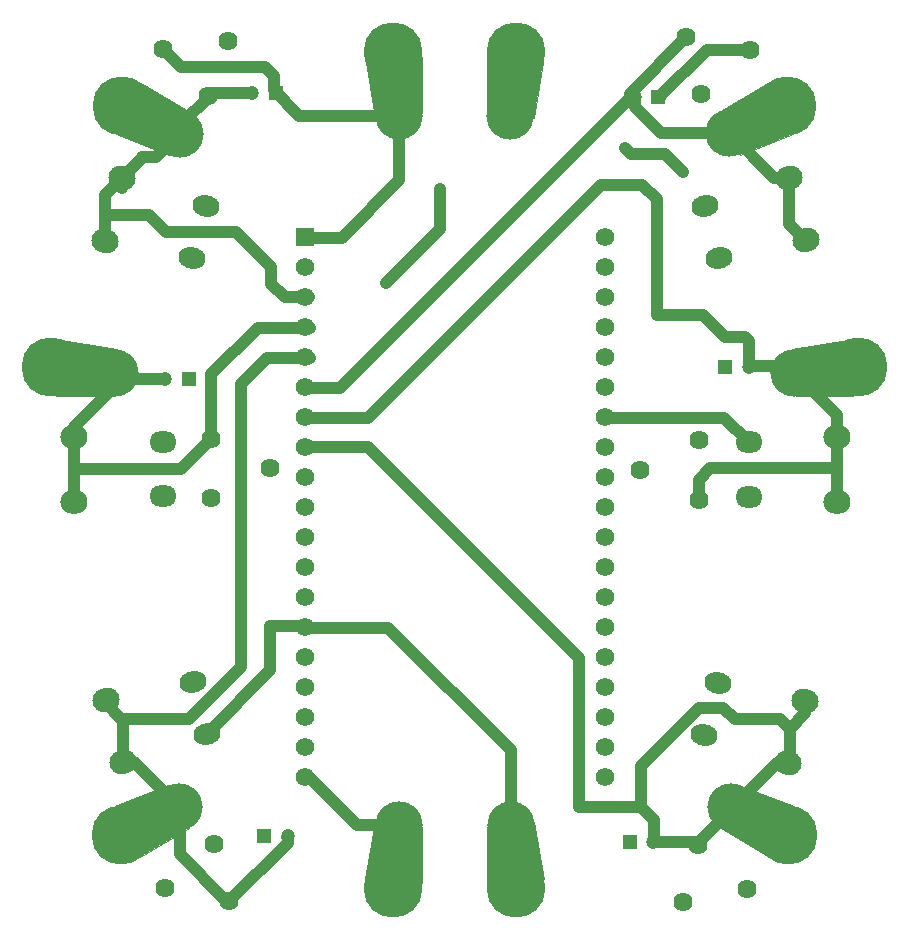
<source format=gbr>
%TF.GenerationSoftware,KiCad,Pcbnew,(6.0.2-0)*%
%TF.CreationDate,2022-03-08T15:03:46+01:00*%
%TF.ProjectId,ESP_aux_breakout,4553505f-6175-4785-9f62-7265616b6f75,rev?*%
%TF.SameCoordinates,Original*%
%TF.FileFunction,Copper,L1,Top*%
%TF.FilePolarity,Positive*%
%FSLAX46Y46*%
G04 Gerber Fmt 4.6, Leading zero omitted, Abs format (unit mm)*
G04 Created by KiCad (PCBNEW (6.0.2-0)) date 2022-03-08 15:03:46*
%MOMM*%
%LPD*%
G01*
G04 APERTURE LIST*
G04 Aperture macros list*
%AMHorizOval*
0 Thick line with rounded ends*
0 $1 width*
0 $2 $3 position (X,Y) of the first rounded end (center of the circle)*
0 $4 $5 position (X,Y) of the second rounded end (center of the circle)*
0 Add line between two ends*
20,1,$1,$2,$3,$4,$5,0*
0 Add two circle primitives to create the rounded ends*
1,1,$1,$2,$3*
1,1,$1,$4,$5*%
G04 Aperture macros list end*
%TA.AperFunction,EtchedComponent*%
%ADD10C,0.100000*%
%TD*%
%TA.AperFunction,ComponentPad*%
%ADD11C,5.000000*%
%TD*%
%TA.AperFunction,ComponentPad*%
%ADD12C,4.000000*%
%TD*%
%TA.AperFunction,ComponentPad*%
%ADD13R,1.200000X1.200000*%
%TD*%
%TA.AperFunction,ComponentPad*%
%ADD14C,1.200000*%
%TD*%
%TA.AperFunction,ComponentPad*%
%ADD15C,1.560000*%
%TD*%
%TA.AperFunction,ComponentPad*%
%ADD16R,1.560000X1.560000*%
%TD*%
%TA.AperFunction,ComponentPad*%
%ADD17HorizOval,2.000000X-0.144889X0.038823X0.144889X-0.038823X0*%
%TD*%
%TA.AperFunction,ComponentPad*%
%ADD18HorizOval,1.800000X-0.241481X0.064705X0.241481X-0.064705X0*%
%TD*%
%TA.AperFunction,ComponentPad*%
%ADD19O,2.300000X2.000000*%
%TD*%
%TA.AperFunction,ComponentPad*%
%ADD20O,2.300000X1.800000*%
%TD*%
%TA.AperFunction,ComponentPad*%
%ADD21HorizOval,2.000000X0.144889X0.038823X-0.144889X-0.038823X0*%
%TD*%
%TA.AperFunction,ComponentPad*%
%ADD22HorizOval,1.800000X0.241481X0.064705X-0.241481X-0.064705X0*%
%TD*%
%TA.AperFunction,ComponentPad*%
%ADD23HorizOval,2.000000X-0.144889X-0.038823X0.144889X0.038823X0*%
%TD*%
%TA.AperFunction,ComponentPad*%
%ADD24HorizOval,1.800000X-0.241481X-0.064705X0.241481X0.064705X0*%
%TD*%
%TA.AperFunction,ComponentPad*%
%ADD25C,1.620000*%
%TD*%
%TA.AperFunction,ViaPad*%
%ADD26C,0.800000*%
%TD*%
%TA.AperFunction,Conductor*%
%ADD27C,1.000000*%
%TD*%
G04 APERTURE END LIST*
D10*
%TO.C,U5*%
X162019795Y-45388472D02*
X161291939Y-46633552D01*
X161291939Y-46633552D02*
X161283118Y-47527936D01*
X161283118Y-47527936D02*
X161809164Y-48606489D01*
X161809164Y-48606489D02*
X163054244Y-49334345D01*
X163054244Y-49334345D02*
X163948628Y-49343165D01*
X163948628Y-49343165D02*
X164036302Y-49522924D01*
X164036302Y-49522924D02*
X159546742Y-51267588D01*
X159546742Y-51267588D02*
X159459068Y-51087829D01*
X159459068Y-51087829D02*
X160090429Y-50557374D01*
X160090429Y-50557374D02*
X160366683Y-49755074D01*
X160366683Y-49755074D02*
X160375504Y-48860691D01*
X160375504Y-48860691D02*
X160024807Y-48141656D01*
X160024807Y-48141656D02*
X158955074Y-47773317D01*
X158955074Y-47773317D02*
X158240450Y-47676822D01*
X158240450Y-47676822D02*
X157880932Y-47852171D01*
X157880932Y-47852171D02*
X157793258Y-47672412D01*
X157793258Y-47672412D02*
X161932121Y-45208713D01*
X161932121Y-45208713D02*
X162019795Y-45388472D01*
G36*
X162019795Y-45388472D02*
G01*
X161291939Y-46633552D01*
X161283118Y-47527936D01*
X161809164Y-48606489D01*
X163054244Y-49334345D01*
X163948628Y-49343165D01*
X164036302Y-49522924D01*
X159546742Y-51267588D01*
X159459068Y-51087829D01*
X160090429Y-50557374D01*
X160366683Y-49755074D01*
X160375504Y-48860691D01*
X160024807Y-48141656D01*
X158955074Y-47773317D01*
X158240450Y-47676822D01*
X157880932Y-47852171D01*
X157793258Y-47672412D01*
X161932121Y-45208713D01*
X162019795Y-45388472D01*
G37*
X162019795Y-45388472D02*
X161291939Y-46633552D01*
X161283118Y-47527936D01*
X161809164Y-48606489D01*
X163054244Y-49334345D01*
X163948628Y-49343165D01*
X164036302Y-49522924D01*
X159546742Y-51267588D01*
X159459068Y-51087829D01*
X160090429Y-50557374D01*
X160366683Y-49755074D01*
X160375504Y-48860691D01*
X160024807Y-48141656D01*
X158955074Y-47773317D01*
X158240450Y-47676822D01*
X157880932Y-47852171D01*
X157793258Y-47672412D01*
X161932121Y-45208713D01*
X162019795Y-45388472D01*
%TO.C,U2*%
X106831372Y-49353165D02*
X108260622Y-49160176D01*
X108260622Y-49160176D02*
X108970836Y-48616489D01*
X108970836Y-48616489D02*
X109496882Y-47537936D01*
X109496882Y-47537936D02*
X109303892Y-46108686D01*
X109303892Y-46108686D02*
X108760205Y-45398472D01*
X108760205Y-45398472D02*
X108847879Y-45218713D01*
X108847879Y-45218713D02*
X112986742Y-47682412D01*
X112986742Y-47682412D02*
X112899068Y-47862171D01*
X112899068Y-47862171D02*
X112092359Y-47691233D01*
X112092359Y-47691233D02*
X111290059Y-47967486D01*
X111290059Y-47967486D02*
X110579845Y-48511173D01*
X110579845Y-48511173D02*
X110229148Y-49230208D01*
X110229148Y-49230208D02*
X110597486Y-50299941D01*
X110597486Y-50299941D02*
X110961414Y-50922481D01*
X110961414Y-50922481D02*
X111320932Y-51097829D01*
X111320932Y-51097829D02*
X111233258Y-51277588D01*
X111233258Y-51277588D02*
X106743698Y-49532924D01*
X106743698Y-49532924D02*
X106831372Y-49353165D01*
G36*
X112986742Y-47682412D02*
G01*
X112899068Y-47862171D01*
X112092359Y-47691233D01*
X111290059Y-47967486D01*
X110579845Y-48511173D01*
X110229148Y-49230208D01*
X110597486Y-50299941D01*
X110961414Y-50922481D01*
X111320932Y-51097829D01*
X111233258Y-51277588D01*
X106743698Y-49532924D01*
X106831372Y-49353165D01*
X108260622Y-49160176D01*
X108970836Y-48616489D01*
X109496882Y-47537936D01*
X109303892Y-46108686D01*
X108760205Y-45398472D01*
X108847879Y-45218713D01*
X112986742Y-47682412D01*
G37*
X112986742Y-47682412D02*
X112899068Y-47862171D01*
X112092359Y-47691233D01*
X111290059Y-47967486D01*
X110579845Y-48511173D01*
X110229148Y-49230208D01*
X110597486Y-50299941D01*
X110961414Y-50922481D01*
X111320932Y-51097829D01*
X111233258Y-51277588D01*
X106743698Y-49532924D01*
X106831372Y-49353165D01*
X108260622Y-49160176D01*
X108970836Y-48616489D01*
X109496882Y-47537936D01*
X109303892Y-46108686D01*
X108760205Y-45398472D01*
X108847879Y-45218713D01*
X112986742Y-47682412D01*
%TO.C,U3*%
X101646523Y-71513281D02*
X102911681Y-70820912D01*
X102911681Y-70820912D02*
X103379884Y-70058818D01*
X103379884Y-70058818D02*
X103484470Y-68863385D01*
X103484470Y-68863385D02*
X102792102Y-67598227D01*
X102792102Y-67598227D02*
X102030008Y-67130024D01*
X102030008Y-67130024D02*
X102047439Y-66930785D01*
X102047439Y-66930785D02*
X106794311Y-67747611D01*
X106794311Y-67747611D02*
X106776880Y-67946850D01*
X106776880Y-67946850D02*
X105962493Y-68076364D01*
X105962493Y-68076364D02*
X105312483Y-68621787D01*
X105312483Y-68621787D02*
X104844281Y-69383881D01*
X104844281Y-69383881D02*
X104774556Y-70180836D01*
X104774556Y-70180836D02*
X105501787Y-71047517D01*
X105501787Y-71047517D02*
X106064642Y-71498288D01*
X106064642Y-71498288D02*
X106463120Y-71533150D01*
X106463120Y-71533150D02*
X106445689Y-71732389D01*
X106445689Y-71732389D02*
X101629092Y-71712520D01*
X101629092Y-71712520D02*
X101646523Y-71513281D01*
G36*
X106794311Y-67747611D02*
G01*
X106776880Y-67946850D01*
X105962493Y-68076364D01*
X105312483Y-68621787D01*
X104844281Y-69383881D01*
X104774556Y-70180836D01*
X105501787Y-71047517D01*
X106064642Y-71498288D01*
X106463120Y-71533150D01*
X106445689Y-71732389D01*
X101629092Y-71712520D01*
X101646523Y-71513281D01*
X102911681Y-70820912D01*
X103379884Y-70058818D01*
X103484470Y-68863385D01*
X102792102Y-67598227D01*
X102030008Y-67130024D01*
X102047439Y-66930785D01*
X106794311Y-67747611D01*
G37*
X106794311Y-67747611D02*
X106776880Y-67946850D01*
X105962493Y-68076364D01*
X105312483Y-68621787D01*
X104844281Y-69383881D01*
X104774556Y-70180836D01*
X105501787Y-71047517D01*
X106064642Y-71498288D01*
X106463120Y-71533150D01*
X106445689Y-71732389D01*
X101629092Y-71712520D01*
X101646523Y-71513281D01*
X102911681Y-70820912D01*
X103379884Y-70058818D01*
X103484470Y-68863385D01*
X102792102Y-67598227D01*
X102030008Y-67130024D01*
X102047439Y-66930785D01*
X106794311Y-67747611D01*
%TO.C,U4*%
X108680205Y-110551528D02*
X109408061Y-109306448D01*
X109408061Y-109306448D02*
X109416882Y-108412064D01*
X109416882Y-108412064D02*
X108890836Y-107333511D01*
X108890836Y-107333511D02*
X107645756Y-106605655D01*
X107645756Y-106605655D02*
X106751372Y-106596835D01*
X106751372Y-106596835D02*
X106663698Y-106417076D01*
X106663698Y-106417076D02*
X111153258Y-104672412D01*
X111153258Y-104672412D02*
X111240932Y-104852171D01*
X111240932Y-104852171D02*
X110609571Y-105382626D01*
X110609571Y-105382626D02*
X110333317Y-106184926D01*
X110333317Y-106184926D02*
X110324496Y-107079309D01*
X110324496Y-107079309D02*
X110675193Y-107798344D01*
X110675193Y-107798344D02*
X111744926Y-108166683D01*
X111744926Y-108166683D02*
X112459550Y-108263178D01*
X112459550Y-108263178D02*
X112819068Y-108087829D01*
X112819068Y-108087829D02*
X112906742Y-108267588D01*
X112906742Y-108267588D02*
X108767879Y-110731287D01*
X108767879Y-110731287D02*
X108680205Y-110551528D01*
G36*
X111240932Y-104852171D02*
G01*
X110609571Y-105382626D01*
X110333317Y-106184926D01*
X110324496Y-107079309D01*
X110675193Y-107798344D01*
X111744926Y-108166683D01*
X112459550Y-108263178D01*
X112819068Y-108087829D01*
X112906742Y-108267588D01*
X108767879Y-110731287D01*
X108680205Y-110551528D01*
X109408061Y-109306448D01*
X109416882Y-108412064D01*
X108890836Y-107333511D01*
X107645756Y-106605655D01*
X106751372Y-106596835D01*
X106663698Y-106417076D01*
X111153258Y-104672412D01*
X111240932Y-104852171D01*
G37*
X111240932Y-104852171D02*
X110609571Y-105382626D01*
X110333317Y-106184926D01*
X110324496Y-107079309D01*
X110675193Y-107798344D01*
X111744926Y-108166683D01*
X112459550Y-108263178D01*
X112819068Y-108087829D01*
X112906742Y-108267588D01*
X108767879Y-110731287D01*
X108680205Y-110551528D01*
X109408061Y-109306448D01*
X109416882Y-108412064D01*
X108890836Y-107333511D01*
X107645756Y-106605655D01*
X106751372Y-106596835D01*
X106663698Y-106417076D01*
X111153258Y-104672412D01*
X111240932Y-104852171D01*
%TO.C,U6*%
X168729992Y-67130024D02*
X167604283Y-68031567D01*
X167604283Y-68031567D02*
X167275530Y-68863385D01*
X167275530Y-68863385D02*
X167380116Y-70058818D01*
X167380116Y-70058818D02*
X168281659Y-71184527D01*
X168281659Y-71184527D02*
X169113477Y-71513281D01*
X169113477Y-71513281D02*
X169130908Y-71712520D01*
X169130908Y-71712520D02*
X164314311Y-71732389D01*
X164314311Y-71732389D02*
X164296880Y-71533150D01*
X164296880Y-71533150D02*
X165076405Y-71264187D01*
X165076405Y-71264187D02*
X165621828Y-70614177D01*
X165621828Y-70614177D02*
X165950582Y-69782359D01*
X165950582Y-69782359D02*
X165880857Y-68985403D01*
X165880857Y-68985403D02*
X165014177Y-68258172D01*
X165014177Y-68258172D02*
X164381598Y-67911987D01*
X164381598Y-67911987D02*
X163983120Y-67946850D01*
X163983120Y-67946850D02*
X163965689Y-67747611D01*
X163965689Y-67747611D02*
X168712561Y-66930785D01*
X168712561Y-66930785D02*
X168729992Y-67130024D01*
G36*
X168729992Y-67130024D02*
G01*
X167604283Y-68031567D01*
X167275530Y-68863385D01*
X167380116Y-70058818D01*
X168281659Y-71184527D01*
X169113477Y-71513281D01*
X169130908Y-71712520D01*
X164314311Y-71732389D01*
X164296880Y-71533150D01*
X165076405Y-71264187D01*
X165621828Y-70614177D01*
X165950582Y-69782359D01*
X165880857Y-68985403D01*
X165014177Y-68258172D01*
X164381598Y-67911987D01*
X163983120Y-67946850D01*
X163965689Y-67747611D01*
X168712561Y-66930785D01*
X168729992Y-67130024D01*
G37*
X168729992Y-67130024D02*
X167604283Y-68031567D01*
X167275530Y-68863385D01*
X167380116Y-70058818D01*
X168281659Y-71184527D01*
X169113477Y-71513281D01*
X169130908Y-71712520D01*
X164314311Y-71732389D01*
X164296880Y-71533150D01*
X165076405Y-71264187D01*
X165621828Y-70614177D01*
X165950582Y-69782359D01*
X165880857Y-68985403D01*
X165014177Y-68258172D01*
X164381598Y-67911987D01*
X163983120Y-67946850D01*
X163965689Y-67747611D01*
X168712561Y-66930785D01*
X168729992Y-67130024D01*
%TO.C,U7*%
X164068628Y-106626835D02*
X162639378Y-106819824D01*
X162639378Y-106819824D02*
X161929164Y-107363511D01*
X161929164Y-107363511D02*
X161403118Y-108442064D01*
X161403118Y-108442064D02*
X161596108Y-109871314D01*
X161596108Y-109871314D02*
X162139795Y-110581528D01*
X162139795Y-110581528D02*
X162052121Y-110761287D01*
X162052121Y-110761287D02*
X157913258Y-108297588D01*
X157913258Y-108297588D02*
X158000932Y-108117829D01*
X158000932Y-108117829D02*
X158807641Y-108288767D01*
X158807641Y-108288767D02*
X159609941Y-108012514D01*
X159609941Y-108012514D02*
X160320155Y-107468827D01*
X160320155Y-107468827D02*
X160670852Y-106749792D01*
X160670852Y-106749792D02*
X160302514Y-105680059D01*
X160302514Y-105680059D02*
X159938586Y-105057519D01*
X159938586Y-105057519D02*
X159579068Y-104882171D01*
X159579068Y-104882171D02*
X159666742Y-104702412D01*
X159666742Y-104702412D02*
X164156302Y-106447076D01*
X164156302Y-106447076D02*
X164068628Y-106626835D01*
G36*
X164156302Y-106447076D02*
G01*
X164068628Y-106626835D01*
X162639378Y-106819824D01*
X161929164Y-107363511D01*
X161403118Y-108442064D01*
X161596108Y-109871314D01*
X162139795Y-110581528D01*
X162052121Y-110761287D01*
X157913258Y-108297588D01*
X158000932Y-108117829D01*
X158807641Y-108288767D01*
X159609941Y-108012514D01*
X160320155Y-107468827D01*
X160670852Y-106749792D01*
X160302514Y-105680059D01*
X159938586Y-105057519D01*
X159579068Y-104882171D01*
X159666742Y-104702412D01*
X164156302Y-106447076D01*
G37*
X164156302Y-106447076D02*
X164068628Y-106626835D01*
X162639378Y-106819824D01*
X161929164Y-107363511D01*
X161403118Y-108442064D01*
X161596108Y-109871314D01*
X162139795Y-110581528D01*
X162052121Y-110761287D01*
X157913258Y-108297588D01*
X158000932Y-108117829D01*
X158807641Y-108288767D01*
X159609941Y-108012514D01*
X160320155Y-107468827D01*
X160670852Y-106749792D01*
X160302514Y-105680059D01*
X159938586Y-105057519D01*
X159579068Y-104882171D01*
X159666742Y-104702412D01*
X164156302Y-106447076D01*
%TO.C,U8*%
X128060024Y-43360008D02*
X128961567Y-44485717D01*
X128961567Y-44485717D02*
X129793385Y-44814470D01*
X129793385Y-44814470D02*
X130988818Y-44709884D01*
X130988818Y-44709884D02*
X132114527Y-43808341D01*
X132114527Y-43808341D02*
X132443281Y-42976523D01*
X132443281Y-42976523D02*
X132642520Y-42959092D01*
X132642520Y-42959092D02*
X132662389Y-47775689D01*
X132662389Y-47775689D02*
X132463150Y-47793120D01*
X132463150Y-47793120D02*
X132194187Y-47013595D01*
X132194187Y-47013595D02*
X131544177Y-46468172D01*
X131544177Y-46468172D02*
X130712359Y-46139418D01*
X130712359Y-46139418D02*
X129915403Y-46209143D01*
X129915403Y-46209143D02*
X129188172Y-47075823D01*
X129188172Y-47075823D02*
X128841987Y-47708402D01*
X128841987Y-47708402D02*
X128876850Y-48106880D01*
X128876850Y-48106880D02*
X128677611Y-48124311D01*
X128677611Y-48124311D02*
X127860785Y-43377439D01*
X127860785Y-43377439D02*
X128060024Y-43360008D01*
G36*
X132662389Y-47775689D02*
G01*
X132463150Y-47793120D01*
X132194187Y-47013595D01*
X131544177Y-46468172D01*
X130712359Y-46139418D01*
X129915403Y-46209143D01*
X129188172Y-47075823D01*
X128841987Y-47708402D01*
X128876850Y-48106880D01*
X128677611Y-48124311D01*
X127860785Y-43377439D01*
X128060024Y-43360008D01*
X128961567Y-44485717D01*
X129793385Y-44814470D01*
X130988818Y-44709884D01*
X132114527Y-43808341D01*
X132443281Y-42976523D01*
X132642520Y-42959092D01*
X132662389Y-47775689D01*
G37*
X132662389Y-47775689D02*
X132463150Y-47793120D01*
X132194187Y-47013595D01*
X131544177Y-46468172D01*
X130712359Y-46139418D01*
X129915403Y-46209143D01*
X129188172Y-47075823D01*
X128841987Y-47708402D01*
X128876850Y-48106880D01*
X128677611Y-48124311D01*
X127860785Y-43377439D01*
X128060024Y-43360008D01*
X128961567Y-44485717D01*
X129793385Y-44814470D01*
X130988818Y-44709884D01*
X132114527Y-43808341D01*
X132443281Y-42976523D01*
X132642520Y-42959092D01*
X132662389Y-47775689D01*
%TO.C,U9*%
X132433281Y-112953477D02*
X131740912Y-111688319D01*
X131740912Y-111688319D02*
X130978818Y-111220116D01*
X130978818Y-111220116D02*
X129783385Y-111115530D01*
X129783385Y-111115530D02*
X128518227Y-111807898D01*
X128518227Y-111807898D02*
X128050024Y-112569992D01*
X128050024Y-112569992D02*
X127850785Y-112552561D01*
X127850785Y-112552561D02*
X128667611Y-107805689D01*
X128667611Y-107805689D02*
X128866850Y-107823120D01*
X128866850Y-107823120D02*
X128996364Y-108637507D01*
X128996364Y-108637507D02*
X129541787Y-109287517D01*
X129541787Y-109287517D02*
X130303881Y-109755719D01*
X130303881Y-109755719D02*
X131100836Y-109825444D01*
X131100836Y-109825444D02*
X131967517Y-109098213D01*
X131967517Y-109098213D02*
X132418288Y-108535358D01*
X132418288Y-108535358D02*
X132453150Y-108136880D01*
X132453150Y-108136880D02*
X132652389Y-108154311D01*
X132652389Y-108154311D02*
X132632520Y-112970908D01*
X132632520Y-112970908D02*
X132433281Y-112953477D01*
G36*
X128866850Y-107823120D02*
G01*
X128996364Y-108637507D01*
X129541787Y-109287517D01*
X130303881Y-109755719D01*
X131100836Y-109825444D01*
X131967517Y-109098213D01*
X132418288Y-108535358D01*
X132453150Y-108136880D01*
X132652389Y-108154311D01*
X132632520Y-112970908D01*
X132433281Y-112953477D01*
X131740912Y-111688319D01*
X130978818Y-111220116D01*
X129783385Y-111115530D01*
X128518227Y-111807898D01*
X128050024Y-112569992D01*
X127850785Y-112552561D01*
X128667611Y-107805689D01*
X128866850Y-107823120D01*
G37*
X128866850Y-107823120D02*
X128996364Y-108637507D01*
X129541787Y-109287517D01*
X130303881Y-109755719D01*
X131100836Y-109825444D01*
X131967517Y-109098213D01*
X132418288Y-108535358D01*
X132453150Y-108136880D01*
X132652389Y-108154311D01*
X132632520Y-112970908D01*
X132433281Y-112953477D01*
X131740912Y-111688319D01*
X130978818Y-111220116D01*
X129783385Y-111115530D01*
X128518227Y-111807898D01*
X128050024Y-112569992D01*
X127850785Y-112552561D01*
X128667611Y-107805689D01*
X128866850Y-107823120D01*
%TO.C,U10*%
X138336719Y-42976523D02*
X139029088Y-44241681D01*
X139029088Y-44241681D02*
X139791182Y-44709884D01*
X139791182Y-44709884D02*
X140986615Y-44814470D01*
X140986615Y-44814470D02*
X142251773Y-44122102D01*
X142251773Y-44122102D02*
X142719976Y-43360008D01*
X142719976Y-43360008D02*
X142919215Y-43377439D01*
X142919215Y-43377439D02*
X142102389Y-48124311D01*
X142102389Y-48124311D02*
X141903150Y-48106880D01*
X141903150Y-48106880D02*
X141773636Y-47292493D01*
X141773636Y-47292493D02*
X141228213Y-46642483D01*
X141228213Y-46642483D02*
X140466119Y-46174281D01*
X140466119Y-46174281D02*
X139669164Y-46104556D01*
X139669164Y-46104556D02*
X138802483Y-46831787D01*
X138802483Y-46831787D02*
X138351712Y-47394642D01*
X138351712Y-47394642D02*
X138316850Y-47793120D01*
X138316850Y-47793120D02*
X138117611Y-47775689D01*
X138117611Y-47775689D02*
X138137480Y-42959092D01*
X138137480Y-42959092D02*
X138336719Y-42976523D01*
G36*
X138336719Y-42976523D02*
G01*
X139029088Y-44241681D01*
X139791182Y-44709884D01*
X140986615Y-44814470D01*
X142251773Y-44122102D01*
X142719976Y-43360008D01*
X142919215Y-43377439D01*
X142102389Y-48124311D01*
X141903150Y-48106880D01*
X141773636Y-47292493D01*
X141228213Y-46642483D01*
X140466119Y-46174281D01*
X139669164Y-46104556D01*
X138802483Y-46831787D01*
X138351712Y-47394642D01*
X138316850Y-47793120D01*
X138117611Y-47775689D01*
X138137480Y-42959092D01*
X138336719Y-42976523D01*
G37*
X138336719Y-42976523D02*
X139029088Y-44241681D01*
X139791182Y-44709884D01*
X140986615Y-44814470D01*
X142251773Y-44122102D01*
X142719976Y-43360008D01*
X142919215Y-43377439D01*
X142102389Y-48124311D01*
X141903150Y-48106880D01*
X141773636Y-47292493D01*
X141228213Y-46642483D01*
X140466119Y-46174281D01*
X139669164Y-46104556D01*
X138802483Y-46831787D01*
X138351712Y-47394642D01*
X138316850Y-47793120D01*
X138117611Y-47775689D01*
X138137480Y-42959092D01*
X138336719Y-42976523D01*
%TO.C,U11*%
X142749976Y-112569992D02*
X141848433Y-111444283D01*
X141848433Y-111444283D02*
X141016615Y-111115530D01*
X141016615Y-111115530D02*
X139821182Y-111220116D01*
X139821182Y-111220116D02*
X138695473Y-112121659D01*
X138695473Y-112121659D02*
X138366719Y-112953477D01*
X138366719Y-112953477D02*
X138167480Y-112970908D01*
X138167480Y-112970908D02*
X138147611Y-108154311D01*
X138147611Y-108154311D02*
X138346850Y-108136880D01*
X138346850Y-108136880D02*
X138615813Y-108916405D01*
X138615813Y-108916405D02*
X139265823Y-109461828D01*
X139265823Y-109461828D02*
X140097641Y-109790582D01*
X140097641Y-109790582D02*
X140894597Y-109720857D01*
X140894597Y-109720857D02*
X141621828Y-108854177D01*
X141621828Y-108854177D02*
X141968013Y-108221598D01*
X141968013Y-108221598D02*
X141933150Y-107823120D01*
X141933150Y-107823120D02*
X142132389Y-107805689D01*
X142132389Y-107805689D02*
X142949215Y-112552561D01*
X142949215Y-112552561D02*
X142749976Y-112569992D01*
G36*
X142949215Y-112552561D02*
G01*
X142749976Y-112569992D01*
X141848433Y-111444283D01*
X141016615Y-111115530D01*
X139821182Y-111220116D01*
X138695473Y-112121659D01*
X138366719Y-112953477D01*
X138167480Y-112970908D01*
X138147611Y-108154311D01*
X138346850Y-108136880D01*
X138615813Y-108916405D01*
X139265823Y-109461828D01*
X140097641Y-109790582D01*
X140894597Y-109720857D01*
X141621828Y-108854177D01*
X141968013Y-108221598D01*
X141933150Y-107823120D01*
X142132389Y-107805689D01*
X142949215Y-112552561D01*
G37*
X142949215Y-112552561D02*
X142749976Y-112569992D01*
X141848433Y-111444283D01*
X141016615Y-111115530D01*
X139821182Y-111220116D01*
X138695473Y-112121659D01*
X138366719Y-112953477D01*
X138167480Y-112970908D01*
X138147611Y-108154311D01*
X138346850Y-108136880D01*
X138615813Y-108916405D01*
X139265823Y-109461828D01*
X140097641Y-109790582D01*
X140894597Y-109720857D01*
X141621828Y-108854177D01*
X141968013Y-108221598D01*
X141933150Y-107823120D01*
X142132389Y-107805689D01*
X142949215Y-112552561D01*
%TD*%
D11*
%TO.P,U5,2*%
%TO.N,N/C*%
X163523488Y-47102796D03*
D12*
%TO.P,U5,1*%
%TO.N,Net-(C4-Pad2)*%
X158670000Y-49470000D03*
%TD*%
D13*
%TO.P,C1,1*%
%TO.N,Net-(C1-Pad1)*%
X120280000Y-46010000D03*
D14*
%TO.P,C1,2*%
%TO.N,Net-(C1-Pad2)*%
X118280000Y-46010000D03*
%TD*%
D15*
%TO.P,U1,38*%
%TO.N,Net-(U1-Pad38)*%
X148170000Y-103920000D03*
%TO.P,U1,37*%
%TO.N,Net-(U1-Pad37)*%
X148170000Y-101380000D03*
%TO.P,U1,36*%
%TO.N,Net-(U1-Pad36)*%
X148170000Y-98840000D03*
%TO.P,U1,35*%
%TO.N,Net-(U1-Pad35)*%
X148170000Y-96300000D03*
%TO.P,U1,34*%
%TO.N,Net-(U1-Pad34)*%
X148170000Y-93760000D03*
%TO.P,U1,33*%
%TO.N,Net-(U1-Pad33)*%
X148170000Y-91220000D03*
%TO.P,U1,32*%
%TO.N,Net-(U1-Pad32)*%
X148170000Y-88680000D03*
%TO.P,U1,31*%
%TO.N,Net-(U1-Pad31)*%
X148170000Y-86140000D03*
%TO.P,U1,30*%
%TO.N,Net-(U1-Pad30)*%
X148170000Y-83600000D03*
%TO.P,U1,29*%
%TO.N,Net-(U1-Pad29)*%
X148170000Y-81060000D03*
%TO.P,U1,28*%
%TO.N,Net-(U1-Pad28)*%
X148170000Y-78520000D03*
%TO.P,U1,27*%
%TO.N,Net-(U1-Pad27)*%
X148170000Y-75980000D03*
%TO.P,U1,26*%
%TO.N,Net-(J1-PadS)*%
X148170000Y-73440000D03*
%TO.P,U1,25*%
%TO.N,Net-(U1-Pad25)*%
X148170000Y-70900000D03*
%TO.P,U1,24*%
%TO.N,Net-(U1-Pad24)*%
X148170000Y-68360000D03*
%TO.P,U1,23*%
%TO.N,Net-(U1-Pad23)*%
X148170000Y-65820000D03*
%TO.P,U1,22*%
%TO.N,Net-(U1-Pad22)*%
X148170000Y-63280000D03*
%TO.P,U1,21*%
%TO.N,Net-(U1-Pad21)*%
X148170000Y-60740000D03*
%TO.P,U1,20*%
%TO.N,Net-(J1-PadS)*%
X148170000Y-58200000D03*
%TO.P,U1,18*%
%TO.N,Net-(U1-Pad18)*%
X122770000Y-101380000D03*
%TO.P,U1,17*%
%TO.N,Net-(U1-Pad17)*%
X122770000Y-98840000D03*
%TO.P,U1,16*%
%TO.N,Net-(U1-Pad16)*%
X122770000Y-96300000D03*
%TO.P,U1,15*%
%TO.N,Net-(U1-Pad15)*%
X122770000Y-93760000D03*
%TO.P,U1,14*%
%TO.N,Net-(J1-PadS)*%
X122770000Y-91220000D03*
%TO.P,U1,13*%
%TO.N,Net-(U1-Pad13)*%
X122770000Y-88680000D03*
%TO.P,U1,12*%
%TO.N,Net-(U1-Pad12)*%
X122770000Y-86140000D03*
%TO.P,U1,11*%
%TO.N,Net-(U1-Pad11)*%
X122770000Y-83600000D03*
%TO.P,U1,10*%
%TO.N,Net-(U1-Pad10)*%
X122770000Y-81060000D03*
%TO.P,U1,9*%
%TO.N,Net-(U1-Pad9)*%
X122770000Y-78520000D03*
%TO.P,U1,8*%
%TO.N,Net-(C6-Pad2)*%
X122770000Y-75980000D03*
%TO.P,U1,7*%
%TO.N,Net-(C5-Pad2)*%
X122770000Y-73440000D03*
%TO.P,U1,6*%
%TO.N,Net-(C4-Pad2)*%
X122770000Y-70900000D03*
%TO.P,U1,5*%
%TO.N,Net-(C3-Pad2)*%
X122770000Y-68360000D03*
%TO.P,U1,4*%
%TO.N,Net-(C2-Pad2)*%
X122770000Y-65820000D03*
%TO.P,U1,3*%
%TO.N,Net-(C1-Pad2)*%
X122770000Y-63280000D03*
%TO.P,U1,19*%
%TO.N,Net-(U1-Pad19)*%
X122770000Y-103920000D03*
%TO.P,U1,2*%
%TO.N,Net-(U1-Pad2)*%
X122770000Y-60740000D03*
D16*
%TO.P,U1,1*%
%TO.N,Net-(C1-Pad1)*%
X122770000Y-58200000D03*
%TD*%
D17*
%TO.P,J1,T*%
%TO.N,Net-(C1-Pad2)*%
X107253505Y-53227408D03*
X105830000Y-58540000D03*
D18*
%TO.P,J1,S*%
%TO.N,Net-(J1-PadS)*%
X113190912Y-60046476D03*
%TO.P,J1,R*%
%TO.N,Net-(J1-PadR)*%
X114381480Y-55603217D03*
%TD*%
D13*
%TO.P,C2,1*%
%TO.N,Net-(C1-Pad1)*%
X112880000Y-70270000D03*
D14*
%TO.P,C2,2*%
%TO.N,Net-(C2-Pad2)*%
X110880000Y-70270000D03*
%TD*%
D13*
%TO.P,C3,1*%
%TO.N,Net-(C1-Pad1)*%
X119250000Y-108950000D03*
D14*
%TO.P,C3,2*%
%TO.N,Net-(C3-Pad2)*%
X121250000Y-108950000D03*
%TD*%
D13*
%TO.P,C4,1*%
%TO.N,Net-(C1-Pad1)*%
X152640000Y-46390000D03*
D14*
%TO.P,C4,2*%
%TO.N,Net-(C4-Pad2)*%
X150640000Y-46390000D03*
%TD*%
D13*
%TO.P,C5,1*%
%TO.N,Net-(C1-Pad1)*%
X158320000Y-69210000D03*
D14*
%TO.P,C5,2*%
%TO.N,Net-(C5-Pad2)*%
X160320000Y-69210000D03*
%TD*%
D13*
%TO.P,C6,1*%
%TO.N,Net-(C1-Pad1)*%
X150220000Y-109450000D03*
D14*
%TO.P,C6,2*%
%TO.N,Net-(C6-Pad2)*%
X152220000Y-109450000D03*
%TD*%
D19*
%TO.P,J2,T*%
%TO.N,Net-(C2-Pad2)*%
X103180000Y-75140000D03*
X103180000Y-80640000D03*
D20*
%TO.P,J2,S*%
%TO.N,Net-(J1-PadS)*%
X110680000Y-80190000D03*
%TO.P,J2,R*%
%TO.N,Net-(J2-PadR)*%
X110680000Y-75590000D03*
%TD*%
D21*
%TO.P,J3,T*%
%TO.N,Net-(C3-Pad2)*%
X105866495Y-97407408D03*
X107290000Y-102720000D03*
D22*
%TO.P,J3,S*%
%TO.N,Net-(J1-PadS)*%
X114417975Y-100344191D03*
%TO.P,J3,R*%
%TO.N,Net-(J3-PadR)*%
X113227408Y-95900932D03*
%TD*%
D23*
%TO.P,J4,T*%
%TO.N,Net-(C4-Pad2)*%
X165123505Y-58512592D03*
X163700000Y-53200000D03*
D24*
%TO.P,J4,S*%
%TO.N,Net-(J1-PadS)*%
X156572025Y-55575809D03*
%TO.P,J4,R*%
%TO.N,Net-(J4-PadR)*%
X157762592Y-60019068D03*
%TD*%
D19*
%TO.P,J5,T*%
%TO.N,Net-(C5-Pad2)*%
X167800000Y-80670000D03*
X167800000Y-75170000D03*
D20*
%TO.P,J5,S*%
%TO.N,Net-(J1-PadS)*%
X160300000Y-75620000D03*
%TO.P,J5,R*%
%TO.N,Net-(J5-PadR)*%
X160300000Y-80220000D03*
%TD*%
D17*
%TO.P,J6,T*%
%TO.N,Net-(C6-Pad2)*%
X163656495Y-102802592D03*
X165080000Y-97490000D03*
D18*
%TO.P,J6,S*%
%TO.N,Net-(J1-PadS)*%
X157719088Y-95983524D03*
%TO.P,J6,R*%
%TO.N,Net-(J6-PadR)*%
X156528520Y-100426783D03*
%TD*%
D25*
%TO.P,RV1,3*%
%TO.N,Net-(C1-Pad2)*%
X114529899Y-46338463D03*
%TO.P,RV1,2*%
%TO.N,Net-(C1-Pad1)*%
X110686487Y-42279131D03*
%TO.P,RV1,1*%
%TO.N,Net-(RV1-Pad1)*%
X116240000Y-41640000D03*
%TD*%
%TO.P,RV2,3*%
%TO.N,Net-(C2-Pad2)*%
X114780000Y-75300000D03*
%TO.P,RV2,2*%
%TO.N,Net-(C1-Pad1)*%
X119780000Y-77800000D03*
%TO.P,RV2,1*%
%TO.N,Net-(RV2-Pad1)*%
X114780000Y-80300000D03*
%TD*%
%TO.P,RV3,3*%
%TO.N,Net-(C3-Pad2)*%
X116314095Y-114479629D03*
%TO.P,RV3,2*%
%TO.N,Net-(C1-Pad1)*%
X110837418Y-113358910D03*
%TO.P,RV3,1*%
%TO.N,Net-(RV3-Pad1)*%
X115020000Y-109650000D03*
%TD*%
%TO.P,RV4,3*%
%TO.N,Net-(C4-Pad2)*%
X154955905Y-41280371D03*
%TO.P,RV4,2*%
%TO.N,Net-(C1-Pad1)*%
X160432582Y-42401090D03*
%TO.P,RV4,1*%
%TO.N,Net-(RV4-Pad1)*%
X156250000Y-46110000D03*
%TD*%
%TO.P,RV5,3*%
%TO.N,Net-(C5-Pad2)*%
X156110000Y-80460000D03*
%TO.P,RV5,2*%
%TO.N,Net-(C1-Pad1)*%
X151110000Y-77960000D03*
%TO.P,RV5,1*%
%TO.N,Net-(RV5-Pad1)*%
X156110000Y-75460000D03*
%TD*%
%TO.P,RV6,3*%
%TO.N,Net-(C6-Pad2)*%
X155997418Y-109711090D03*
%TO.P,RV6,2*%
%TO.N,Net-(C1-Pad1)*%
X160180000Y-113420000D03*
%TO.P,RV6,1*%
%TO.N,Net-(RV6-Pad1)*%
X154703323Y-114540719D03*
%TD*%
D11*
%TO.P,U2,2*%
%TO.N,N/C*%
X107256512Y-47112796D03*
D12*
%TO.P,U2,1*%
%TO.N,Net-(C1-Pad2)*%
X112110000Y-49480000D03*
%TD*%
D11*
%TO.P,U3,2*%
%TO.N,N/C*%
X101240549Y-69269359D03*
D12*
%TO.P,U3,1*%
%TO.N,Net-(C2-Pad2)*%
X106620000Y-69740000D03*
%TD*%
D11*
%TO.P,U4,2*%
%TO.N,N/C*%
X107176512Y-108837204D03*
D12*
%TO.P,U4,1*%
%TO.N,Net-(C3-Pad2)*%
X112030000Y-106470000D03*
%TD*%
D11*
%TO.P,U6,2*%
%TO.N,N/C*%
X169519451Y-69269359D03*
D12*
%TO.P,U6,1*%
%TO.N,Net-(C5-Pad2)*%
X164140000Y-69740000D03*
%TD*%
D11*
%TO.P,U7,2*%
%TO.N,N/C*%
X163643488Y-108867204D03*
D12*
%TO.P,U7,1*%
%TO.N,Net-(C6-Pad2)*%
X158790000Y-106500000D03*
%TD*%
D11*
%TO.P,U8,2*%
%TO.N,N/C*%
X130199359Y-42570549D03*
D12*
%TO.P,U8,1*%
%TO.N,Net-(C1-Pad1)*%
X130670000Y-47950000D03*
%TD*%
D11*
%TO.P,U9,2*%
%TO.N,N/C*%
X130189359Y-113359451D03*
D12*
%TO.P,U9,1*%
%TO.N,Net-(U1-Pad19)*%
X130660000Y-107980000D03*
%TD*%
D11*
%TO.P,U10,2*%
%TO.N,N/C*%
X140580641Y-42570549D03*
D12*
%TO.P,U10,1*%
%TO.N,Net-(J1-PadS)*%
X140110000Y-47950000D03*
%TD*%
D11*
%TO.P,U11,2*%
%TO.N,N/C*%
X140610641Y-113359451D03*
D12*
%TO.P,U11,1*%
%TO.N,Net-(J1-PadS)*%
X140140000Y-107980000D03*
%TD*%
D26*
%TO.N,Net-(J1-PadS)*%
X154740000Y-52750000D03*
X149830000Y-50690000D03*
X134120000Y-54170000D03*
X129570000Y-62130000D03*
%TD*%
D27*
%TO.N,Net-(C1-Pad2)*%
X118280000Y-46010000D02*
X114900000Y-46010000D01*
X114900000Y-46010000D02*
X112050000Y-48860000D01*
X110110001Y-51479999D02*
X108930001Y-51479999D01*
X112110000Y-49480000D02*
X110110001Y-51479999D01*
X108930001Y-51479999D02*
X108930001Y-51539999D01*
X108930001Y-51539999D02*
X105800000Y-54670000D01*
X107253505Y-53227408D02*
X107253505Y-54123505D01*
X109530000Y-56340000D02*
X105800000Y-56340000D01*
X110990000Y-57800000D02*
X109530000Y-56340000D01*
X116930000Y-57800000D02*
X110990000Y-57800000D01*
X119880000Y-60750000D02*
X116930000Y-57800000D01*
X119880000Y-62220000D02*
X119880000Y-60750000D01*
X123070000Y-63340000D02*
X121000000Y-63340000D01*
X105800000Y-56340000D02*
X105800000Y-58430000D01*
X121000000Y-63340000D02*
X119880000Y-62220000D01*
X105800000Y-54670000D02*
X105800000Y-56340000D01*
%TO.N,Net-(C1-Pad1)*%
X123140000Y-58290000D02*
X125830000Y-58290000D01*
X125830000Y-58290000D02*
X130700000Y-53420000D01*
X130700000Y-53420000D02*
X130700000Y-47990000D01*
X130700000Y-47990000D02*
X122250000Y-47990000D01*
X122250000Y-47990000D02*
X120080000Y-45820000D01*
X120080000Y-45820000D02*
X120080000Y-44600000D01*
X120080000Y-44600000D02*
X119320000Y-43840000D01*
X119320000Y-43840000D02*
X112220000Y-43840000D01*
X112220000Y-43840000D02*
X110680000Y-42300000D01*
X160432582Y-42401090D02*
X156738910Y-42401090D01*
X156738910Y-42401090D02*
X152720000Y-46420000D01*
X152720000Y-46420000D02*
X152800000Y-46500000D01*
%TO.N,Net-(U1-Pad19)*%
X130660000Y-107980000D02*
X127120000Y-107980000D01*
X127120000Y-107980000D02*
X123160000Y-104020000D01*
%TO.N,Net-(J1-PadS)*%
X123140000Y-91310000D02*
X129770000Y-91310000D01*
X129770000Y-91310000D02*
X140150000Y-101690000D01*
X140150000Y-101690000D02*
X140150000Y-107750000D01*
X114417975Y-100344191D02*
X114417975Y-100282025D01*
X114417975Y-100282025D02*
X119810000Y-94890000D01*
X119810000Y-94890000D02*
X119810000Y-91150000D01*
X123020000Y-91150000D02*
X119810000Y-91150000D01*
X148540000Y-73530000D02*
X158220000Y-73530000D01*
X158220000Y-73530000D02*
X160290000Y-75600000D01*
X154740000Y-52750000D02*
X153200000Y-51210000D01*
X150350000Y-51210000D02*
X149830000Y-50690000D01*
X153200000Y-51210000D02*
X150350000Y-51210000D01*
X134120000Y-54170000D02*
X134120000Y-57580000D01*
X134120000Y-57580000D02*
X129570000Y-62130000D01*
X129570000Y-62130000D02*
X129570000Y-62130000D01*
%TO.N,Net-(C2-Pad2)*%
X110860000Y-70270000D02*
X107200000Y-70270000D01*
X114780000Y-69870000D02*
X114780000Y-75310000D01*
X103180000Y-74290000D02*
X103180000Y-75170000D01*
X123140000Y-65910000D02*
X118740000Y-65910000D01*
X118740000Y-65910000D02*
X114780000Y-69870000D01*
X107200000Y-70270000D02*
X103180000Y-74290000D01*
X114780000Y-75300000D02*
X112200000Y-77880000D01*
X103220000Y-77880000D02*
X103180000Y-77840000D01*
X112200000Y-77880000D02*
X103220000Y-77880000D01*
X103180000Y-77840000D02*
X103180000Y-80600000D01*
X103180000Y-75170000D02*
X103180000Y-77840000D01*
%TO.N,Net-(C3-Pad2)*%
X105850000Y-97670000D02*
X107190000Y-99010000D01*
X107290000Y-99110000D02*
X107190000Y-99010000D01*
X107290000Y-102720000D02*
X107290000Y-99110000D01*
X107290000Y-102720000D02*
X108240000Y-102720000D01*
X108240000Y-102720000D02*
X112120000Y-106600000D01*
X112120000Y-106600000D02*
X112120000Y-110340000D01*
X112120000Y-110340000D02*
X112120000Y-110500000D01*
X112120000Y-110500000D02*
X116060000Y-114440000D01*
X116314095Y-114479629D02*
X121290000Y-109503724D01*
X121290000Y-109503724D02*
X121290000Y-109080000D01*
X121290000Y-109080000D02*
X121230000Y-109020000D01*
X119530000Y-68450000D02*
X123140000Y-68450000D01*
X117330000Y-94620000D02*
X117330000Y-70650000D01*
X112940000Y-99010000D02*
X117330000Y-94620000D01*
X117330000Y-70650000D02*
X119530000Y-68450000D01*
X107190000Y-99010000D02*
X112940000Y-99010000D01*
%TO.N,Net-(C4-Pad2)*%
X125725915Y-70990000D02*
X150235915Y-46480000D01*
X123140000Y-70990000D02*
X125725915Y-70990000D01*
X150235915Y-46480000D02*
X150235915Y-46104085D01*
X150235915Y-46104085D02*
X154940000Y-41400000D01*
X154940000Y-41400000D02*
X154940000Y-41300000D01*
X150640000Y-47238528D02*
X150640000Y-46390000D01*
X158680000Y-49470000D02*
X152871472Y-49470000D01*
X162460000Y-53250000D02*
X158680000Y-49470000D01*
X163720000Y-53250000D02*
X162460000Y-53250000D01*
X163720000Y-57150000D02*
X163720000Y-53250000D01*
X152871472Y-49470000D02*
X150640000Y-47238528D01*
X165080000Y-58510000D02*
X163720000Y-57150000D01*
%TO.N,Net-(C5-Pad2)*%
X128100000Y-73530000D02*
X123140000Y-73530000D01*
X147800000Y-53830000D02*
X128100000Y-73530000D01*
X158310002Y-66740000D02*
X156430002Y-64860000D01*
X151290000Y-53830000D02*
X147800000Y-53830000D01*
X160310000Y-67040000D02*
X160010000Y-66740000D01*
X152500000Y-55040000D02*
X151290000Y-53830000D01*
X156430002Y-64860000D02*
X152500000Y-64860000D01*
X152500000Y-64860000D02*
X152500000Y-55040000D01*
X160010000Y-66740000D02*
X158310002Y-66740000D01*
X160310000Y-69170000D02*
X160310000Y-67040000D01*
X163610000Y-69170000D02*
X160310000Y-69170000D01*
X167770000Y-73330000D02*
X163610000Y-69170000D01*
X167770000Y-77800000D02*
X167770000Y-73330000D01*
X162180000Y-77800000D02*
X167770000Y-77800000D01*
X167770000Y-80590000D02*
X167770000Y-77800000D01*
X162180000Y-77800000D02*
X158890000Y-77800000D01*
X158890000Y-77800000D02*
X157990000Y-77800000D01*
X157990000Y-77800000D02*
X157030000Y-77800000D01*
X157030000Y-77800000D02*
X156060000Y-78770000D01*
X156060000Y-78770000D02*
X156060000Y-80620000D01*
%TO.N,Net-(C6-Pad2)*%
X145910000Y-98840000D02*
X145910000Y-103570402D01*
X145910000Y-103570402D02*
X145910000Y-106530000D01*
X145910000Y-106530000D02*
X151220000Y-106530000D01*
X151220000Y-106530000D02*
X152260000Y-107570000D01*
X152260000Y-107570000D02*
X152260000Y-109450000D01*
X152260000Y-109450000D02*
X155650000Y-109450000D01*
X155650000Y-109450000D02*
X155860000Y-109660000D01*
X155860000Y-109660000D02*
X155890000Y-109660000D01*
X155890000Y-109660000D02*
X158860000Y-106690000D01*
X163760000Y-102890000D02*
X163760000Y-99860000D01*
X165080000Y-98540000D02*
X163760000Y-99860000D01*
X165080000Y-97490000D02*
X165080000Y-98540000D01*
X163656495Y-102802592D02*
X162657408Y-102802592D01*
X162657408Y-102802592D02*
X158940000Y-106520000D01*
X151220000Y-105810000D02*
X151220000Y-106530000D01*
X156120881Y-98100000D02*
X151220000Y-103000881D01*
X159097371Y-99045513D02*
X158151858Y-98100000D01*
X158151858Y-98100000D02*
X156120881Y-98100000D01*
X162945513Y-99045513D02*
X159097371Y-99045513D01*
X151220000Y-103000881D02*
X151220000Y-105810000D01*
X163760000Y-99860000D02*
X162945513Y-99045513D01*
X145910000Y-98840000D02*
X145910000Y-93920000D01*
X145910000Y-93920000D02*
X128030000Y-76040000D01*
X128030000Y-76040000D02*
X123080000Y-76040000D01*
%TO.N,Net-(J2-PadR)*%
X110970000Y-75310000D02*
X110860000Y-75200000D01*
%TO.N,Net-(J3-PadR)*%
X113310000Y-95810000D02*
X113460000Y-95810000D01*
%TO.N,Net-(J4-PadR)*%
X157762592Y-60019068D02*
X157762592Y-59957408D01*
%TO.N,Net-(J6-PadR)*%
X156460000Y-100570000D02*
X156460000Y-100460000D01*
%TO.N,Net-(J1-PadR)*%
X114340000Y-55630000D02*
X114570000Y-55630000D01*
%TD*%
M02*

</source>
